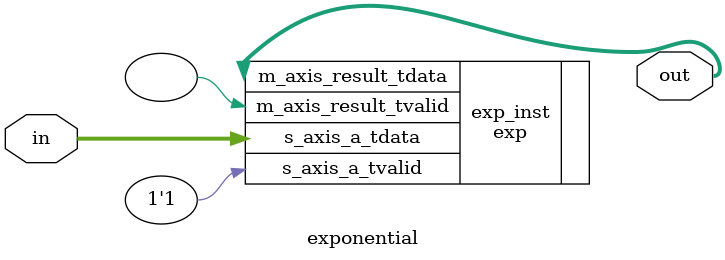
<source format=v>
`timescale 1ns / 1ps


module exponential
    #(
    parameter data_width = 32
    )
    (
    in,
    out
    );
    
    input wire [data_width-1:0] in;
    output wire [data_width-1:0] out;

exp exp_inst(
  .s_axis_a_tvalid(1'b1),
  .s_axis_a_tdata(in),
  .m_axis_result_tvalid(),
  .m_axis_result_tdata(out)
);
endmodule

</source>
